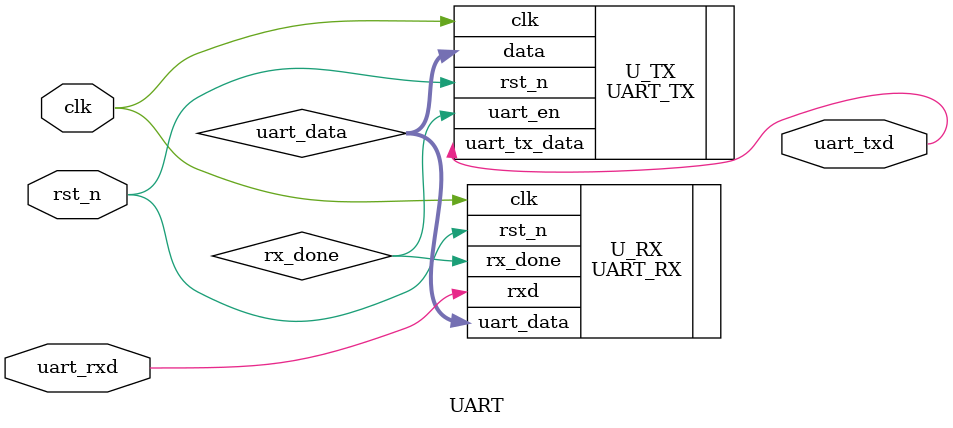
<source format=v>
module UART(input clk,rst_n,input uart_rxd,output uart_txd);
wire[7:0] uart_data;
wire uart_done;
//uart_recv U_receive(.sys_clk(clk),.sys_rst_n(rst_n),.uart_rxd(uart_rxd),.uart_data(uart_data),.uart_done(uart_done));
    UART_RX U_RX(.clk(clk),.rst_n(rst_n),.rxd(uart_rxd),.uart_data(uart_data),.rx_done(rx_done));
//uart_send U_send(.sys_clk(clk),.sys_rst_n(rst_n),.uart_en(uart_done),.uart_din(uart_data),.uart_txd(uart_txd));
    UART_TX U_TX(.clk(clk),.rst_n(rst_n),.uart_en(rx_done),.data(uart_data),.uart_tx_data(uart_txd));
	
endmodule 
</source>
